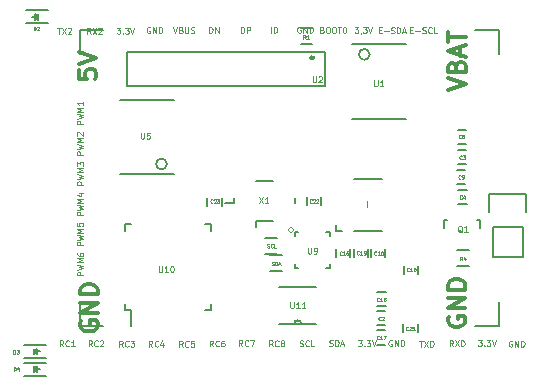
<source format=gbr>
G04 #@! TF.FileFunction,Legend,Top*
%FSLAX46Y46*%
G04 Gerber Fmt 4.6, Leading zero omitted, Abs format (unit mm)*
G04 Created by KiCad (PCBNEW 4.0.2-stable) date 6/7/2016 9:19:05 AM*
%MOMM*%
G01*
G04 APERTURE LIST*
%ADD10C,0.100000*%
%ADD11C,0.125000*%
%ADD12C,0.075000*%
%ADD13C,0.300000*%
%ADD14C,0.150000*%
%ADD15C,0.152400*%
%ADD16C,0.127000*%
%ADD17C,0.203200*%
%ADD18C,0.304800*%
G04 APERTURE END LIST*
D10*
D11*
X75892858Y-62414286D02*
X76059524Y-62414286D01*
X76130953Y-62676190D02*
X75892858Y-62676190D01*
X75892858Y-62176190D01*
X76130953Y-62176190D01*
X76345239Y-62485714D02*
X76726191Y-62485714D01*
X76940477Y-62652381D02*
X77011906Y-62676190D01*
X77130953Y-62676190D01*
X77178572Y-62652381D01*
X77202382Y-62628571D01*
X77226191Y-62580952D01*
X77226191Y-62533333D01*
X77202382Y-62485714D01*
X77178572Y-62461905D01*
X77130953Y-62438095D01*
X77035715Y-62414286D01*
X76988096Y-62390476D01*
X76964287Y-62366667D01*
X76940477Y-62319048D01*
X76940477Y-62271429D01*
X76964287Y-62223810D01*
X76988096Y-62200000D01*
X77035715Y-62176190D01*
X77154763Y-62176190D01*
X77226191Y-62200000D01*
X77726191Y-62628571D02*
X77702381Y-62652381D01*
X77630953Y-62676190D01*
X77583334Y-62676190D01*
X77511905Y-62652381D01*
X77464286Y-62604762D01*
X77440477Y-62557143D01*
X77416667Y-62461905D01*
X77416667Y-62390476D01*
X77440477Y-62295238D01*
X77464286Y-62247619D01*
X77511905Y-62200000D01*
X77583334Y-62176190D01*
X77630953Y-62176190D01*
X77702381Y-62200000D01*
X77726191Y-62223810D01*
X78178572Y-62676190D02*
X77940477Y-62676190D01*
X77940477Y-62176190D01*
X73240953Y-62424286D02*
X73407619Y-62424286D01*
X73479048Y-62686190D02*
X73240953Y-62686190D01*
X73240953Y-62186190D01*
X73479048Y-62186190D01*
X73693334Y-62495714D02*
X74074286Y-62495714D01*
X74288572Y-62662381D02*
X74360001Y-62686190D01*
X74479048Y-62686190D01*
X74526667Y-62662381D01*
X74550477Y-62638571D01*
X74574286Y-62590952D01*
X74574286Y-62543333D01*
X74550477Y-62495714D01*
X74526667Y-62471905D01*
X74479048Y-62448095D01*
X74383810Y-62424286D01*
X74336191Y-62400476D01*
X74312382Y-62376667D01*
X74288572Y-62329048D01*
X74288572Y-62281429D01*
X74312382Y-62233810D01*
X74336191Y-62210000D01*
X74383810Y-62186190D01*
X74502858Y-62186190D01*
X74574286Y-62210000D01*
X74788572Y-62686190D02*
X74788572Y-62186190D01*
X74907619Y-62186190D01*
X74979048Y-62210000D01*
X75026667Y-62257619D01*
X75050476Y-62305238D01*
X75074286Y-62400476D01*
X75074286Y-62471905D01*
X75050476Y-62567143D01*
X75026667Y-62614762D01*
X74979048Y-62662381D01*
X74907619Y-62686190D01*
X74788572Y-62686190D01*
X75264762Y-62543333D02*
X75502857Y-62543333D01*
X75217143Y-62686190D02*
X75383810Y-62186190D01*
X75550476Y-62686190D01*
X72849048Y-66666190D02*
X72849048Y-67070952D01*
X72872857Y-67118571D01*
X72896667Y-67142381D01*
X72944286Y-67166190D01*
X73039524Y-67166190D01*
X73087143Y-67142381D01*
X73110952Y-67118571D01*
X73134762Y-67070952D01*
X73134762Y-66666190D01*
X73634762Y-67166190D02*
X73349048Y-67166190D01*
X73491905Y-67166190D02*
X73491905Y-66666190D01*
X73444286Y-66737619D01*
X73396667Y-66785238D01*
X73349048Y-66809048D01*
X53079048Y-71106190D02*
X53079048Y-71510952D01*
X53102857Y-71558571D01*
X53126667Y-71582381D01*
X53174286Y-71606190D01*
X53269524Y-71606190D01*
X53317143Y-71582381D01*
X53340952Y-71558571D01*
X53364762Y-71510952D01*
X53364762Y-71106190D01*
X53840953Y-71106190D02*
X53602858Y-71106190D01*
X53579048Y-71344286D01*
X53602858Y-71320476D01*
X53650477Y-71296667D01*
X53769524Y-71296667D01*
X53817143Y-71320476D01*
X53840953Y-71344286D01*
X53864762Y-71391905D01*
X53864762Y-71510952D01*
X53840953Y-71558571D01*
X53817143Y-71582381D01*
X53769524Y-71606190D01*
X53650477Y-71606190D01*
X53602858Y-71582381D01*
X53579048Y-71558571D01*
X54620953Y-82396190D02*
X54620953Y-82800952D01*
X54644762Y-82848571D01*
X54668572Y-82872381D01*
X54716191Y-82896190D01*
X54811429Y-82896190D01*
X54859048Y-82872381D01*
X54882857Y-82848571D01*
X54906667Y-82800952D01*
X54906667Y-82396190D01*
X55406667Y-82896190D02*
X55120953Y-82896190D01*
X55263810Y-82896190D02*
X55263810Y-82396190D01*
X55216191Y-82467619D01*
X55168572Y-82515238D01*
X55120953Y-82539048D01*
X55716191Y-82396190D02*
X55763810Y-82396190D01*
X55811429Y-82420000D01*
X55835238Y-82443810D01*
X55859048Y-82491429D01*
X55882857Y-82586667D01*
X55882857Y-82705714D01*
X55859048Y-82800952D01*
X55835238Y-82848571D01*
X55811429Y-82872381D01*
X55763810Y-82896190D01*
X55716191Y-82896190D01*
X55668572Y-82872381D01*
X55644762Y-82848571D01*
X55620953Y-82800952D01*
X55597143Y-82705714D01*
X55597143Y-82586667D01*
X55620953Y-82491429D01*
X55644762Y-82443810D01*
X55668572Y-82420000D01*
X55716191Y-82396190D01*
X67649048Y-66306190D02*
X67649048Y-66710952D01*
X67672857Y-66758571D01*
X67696667Y-66782381D01*
X67744286Y-66806190D01*
X67839524Y-66806190D01*
X67887143Y-66782381D01*
X67910952Y-66758571D01*
X67934762Y-66710952D01*
X67934762Y-66306190D01*
X68149048Y-66353810D02*
X68172858Y-66330000D01*
X68220477Y-66306190D01*
X68339524Y-66306190D01*
X68387143Y-66330000D01*
X68410953Y-66353810D01*
X68434762Y-66401429D01*
X68434762Y-66449048D01*
X68410953Y-66520476D01*
X68125239Y-66806190D01*
X68434762Y-66806190D01*
X63105239Y-76536190D02*
X63438572Y-77036190D01*
X63438572Y-76536190D02*
X63105239Y-77036190D01*
X63890952Y-77036190D02*
X63605238Y-77036190D01*
X63748095Y-77036190D02*
X63748095Y-76536190D01*
X63700476Y-76607619D01*
X63652857Y-76655238D01*
X63605238Y-76679048D01*
D12*
X59167143Y-77007143D02*
X59152857Y-77021429D01*
X59110000Y-77035714D01*
X59081429Y-77035714D01*
X59038572Y-77021429D01*
X59010000Y-76992857D01*
X58995715Y-76964286D01*
X58981429Y-76907143D01*
X58981429Y-76864286D01*
X58995715Y-76807143D01*
X59010000Y-76778571D01*
X59038572Y-76750000D01*
X59081429Y-76735714D01*
X59110000Y-76735714D01*
X59152857Y-76750000D01*
X59167143Y-76764286D01*
X59281429Y-76764286D02*
X59295715Y-76750000D01*
X59324286Y-76735714D01*
X59395715Y-76735714D01*
X59424286Y-76750000D01*
X59438572Y-76764286D01*
X59452857Y-76792857D01*
X59452857Y-76821429D01*
X59438572Y-76864286D01*
X59267143Y-77035714D01*
X59452857Y-77035714D01*
X59552857Y-76735714D02*
X59738571Y-76735714D01*
X59638571Y-76850000D01*
X59681429Y-76850000D01*
X59710000Y-76864286D01*
X59724286Y-76878571D01*
X59738571Y-76907143D01*
X59738571Y-76978571D01*
X59724286Y-77007143D01*
X59710000Y-77021429D01*
X59681429Y-77035714D01*
X59595714Y-77035714D01*
X59567143Y-77021429D01*
X59552857Y-77007143D01*
X67567143Y-77017143D02*
X67552857Y-77031429D01*
X67510000Y-77045714D01*
X67481429Y-77045714D01*
X67438572Y-77031429D01*
X67410000Y-77002857D01*
X67395715Y-76974286D01*
X67381429Y-76917143D01*
X67381429Y-76874286D01*
X67395715Y-76817143D01*
X67410000Y-76788571D01*
X67438572Y-76760000D01*
X67481429Y-76745714D01*
X67510000Y-76745714D01*
X67552857Y-76760000D01*
X67567143Y-76774286D01*
X67681429Y-76774286D02*
X67695715Y-76760000D01*
X67724286Y-76745714D01*
X67795715Y-76745714D01*
X67824286Y-76760000D01*
X67838572Y-76774286D01*
X67852857Y-76802857D01*
X67852857Y-76831429D01*
X67838572Y-76874286D01*
X67667143Y-77045714D01*
X67852857Y-77045714D01*
X67967143Y-76774286D02*
X67981429Y-76760000D01*
X68010000Y-76745714D01*
X68081429Y-76745714D01*
X68110000Y-76760000D01*
X68124286Y-76774286D01*
X68138571Y-76802857D01*
X68138571Y-76831429D01*
X68124286Y-76874286D01*
X67952857Y-77045714D01*
X68138571Y-77045714D01*
D11*
X72270001Y-77366190D02*
X72270001Y-76866190D01*
X67249048Y-80836190D02*
X67249048Y-81240952D01*
X67272857Y-81288571D01*
X67296667Y-81312381D01*
X67344286Y-81336190D01*
X67439524Y-81336190D01*
X67487143Y-81312381D01*
X67510952Y-81288571D01*
X67534762Y-81240952D01*
X67534762Y-80836190D01*
X67796667Y-81336190D02*
X67891905Y-81336190D01*
X67939524Y-81312381D01*
X67963334Y-81288571D01*
X68010953Y-81217143D01*
X68034762Y-81121905D01*
X68034762Y-80931429D01*
X68010953Y-80883810D01*
X67987143Y-80860000D01*
X67939524Y-80836190D01*
X67844286Y-80836190D01*
X67796667Y-80860000D01*
X67772858Y-80883810D01*
X67749048Y-80931429D01*
X67749048Y-81050476D01*
X67772858Y-81098095D01*
X67796667Y-81121905D01*
X67844286Y-81145714D01*
X67939524Y-81145714D01*
X67987143Y-81121905D01*
X68010953Y-81098095D01*
X68034762Y-81050476D01*
X65750953Y-85456190D02*
X65750953Y-85860952D01*
X65774762Y-85908571D01*
X65798572Y-85932381D01*
X65846191Y-85956190D01*
X65941429Y-85956190D01*
X65989048Y-85932381D01*
X66012857Y-85908571D01*
X66036667Y-85860952D01*
X66036667Y-85456190D01*
X66536667Y-85956190D02*
X66250953Y-85956190D01*
X66393810Y-85956190D02*
X66393810Y-85456190D01*
X66346191Y-85527619D01*
X66298572Y-85575238D01*
X66250953Y-85599048D01*
X67012857Y-85956190D02*
X66727143Y-85956190D01*
X66870000Y-85956190D02*
X66870000Y-85456190D01*
X66822381Y-85527619D01*
X66774762Y-85575238D01*
X66727143Y-85599048D01*
D12*
X64175715Y-82311429D02*
X64218572Y-82325714D01*
X64290001Y-82325714D01*
X64318572Y-82311429D01*
X64332858Y-82297143D01*
X64347143Y-82268571D01*
X64347143Y-82240000D01*
X64332858Y-82211429D01*
X64318572Y-82197143D01*
X64290001Y-82182857D01*
X64232858Y-82168571D01*
X64204286Y-82154286D01*
X64190001Y-82140000D01*
X64175715Y-82111429D01*
X64175715Y-82082857D01*
X64190001Y-82054286D01*
X64204286Y-82040000D01*
X64232858Y-82025714D01*
X64304286Y-82025714D01*
X64347143Y-82040000D01*
X64475715Y-82325714D02*
X64475715Y-82025714D01*
X64547143Y-82025714D01*
X64590000Y-82040000D01*
X64618572Y-82068571D01*
X64632857Y-82097143D01*
X64647143Y-82154286D01*
X64647143Y-82197143D01*
X64632857Y-82254286D01*
X64618572Y-82282857D01*
X64590000Y-82311429D01*
X64547143Y-82325714D01*
X64475715Y-82325714D01*
X64761429Y-82240000D02*
X64904286Y-82240000D01*
X64732857Y-82325714D02*
X64832857Y-82025714D01*
X64932857Y-82325714D01*
X63792858Y-80821429D02*
X63835715Y-80835714D01*
X63907144Y-80835714D01*
X63935715Y-80821429D01*
X63950001Y-80807143D01*
X63964286Y-80778571D01*
X63964286Y-80750000D01*
X63950001Y-80721429D01*
X63935715Y-80707143D01*
X63907144Y-80692857D01*
X63850001Y-80678571D01*
X63821429Y-80664286D01*
X63807144Y-80650000D01*
X63792858Y-80621429D01*
X63792858Y-80592857D01*
X63807144Y-80564286D01*
X63821429Y-80550000D01*
X63850001Y-80535714D01*
X63921429Y-80535714D01*
X63964286Y-80550000D01*
X64264286Y-80807143D02*
X64250000Y-80821429D01*
X64207143Y-80835714D01*
X64178572Y-80835714D01*
X64135715Y-80821429D01*
X64107143Y-80792857D01*
X64092858Y-80764286D01*
X64078572Y-80707143D01*
X64078572Y-80664286D01*
X64092858Y-80607143D01*
X64107143Y-80578571D01*
X64135715Y-80550000D01*
X64178572Y-80535714D01*
X64207143Y-80535714D01*
X64250000Y-80550000D01*
X64264286Y-80564286D01*
X64535715Y-80835714D02*
X64392858Y-80835714D01*
X64392858Y-80535714D01*
X75737143Y-87787143D02*
X75722857Y-87801429D01*
X75680000Y-87815714D01*
X75651429Y-87815714D01*
X75608572Y-87801429D01*
X75580000Y-87772857D01*
X75565715Y-87744286D01*
X75551429Y-87687143D01*
X75551429Y-87644286D01*
X75565715Y-87587143D01*
X75580000Y-87558571D01*
X75608572Y-87530000D01*
X75651429Y-87515714D01*
X75680000Y-87515714D01*
X75722857Y-87530000D01*
X75737143Y-87544286D01*
X75851429Y-87544286D02*
X75865715Y-87530000D01*
X75894286Y-87515714D01*
X75965715Y-87515714D01*
X75994286Y-87530000D01*
X76008572Y-87544286D01*
X76022857Y-87572857D01*
X76022857Y-87601429D01*
X76008572Y-87644286D01*
X75837143Y-87815714D01*
X76022857Y-87815714D01*
X76308571Y-87815714D02*
X76137143Y-87815714D01*
X76222857Y-87815714D02*
X76222857Y-87515714D01*
X76194286Y-87558571D01*
X76165714Y-87587143D01*
X76137143Y-87601429D01*
X73257143Y-88577143D02*
X73242857Y-88591429D01*
X73200000Y-88605714D01*
X73171429Y-88605714D01*
X73128572Y-88591429D01*
X73100000Y-88562857D01*
X73085715Y-88534286D01*
X73071429Y-88477143D01*
X73071429Y-88434286D01*
X73085715Y-88377143D01*
X73100000Y-88348571D01*
X73128572Y-88320000D01*
X73171429Y-88305714D01*
X73200000Y-88305714D01*
X73242857Y-88320000D01*
X73257143Y-88334286D01*
X73542857Y-88605714D02*
X73371429Y-88605714D01*
X73457143Y-88605714D02*
X73457143Y-88305714D01*
X73428572Y-88348571D01*
X73400000Y-88377143D01*
X73371429Y-88391429D01*
X73642857Y-88305714D02*
X73842857Y-88305714D01*
X73714286Y-88605714D01*
X73400000Y-86957143D02*
X73385714Y-86971429D01*
X73342857Y-86985714D01*
X73314286Y-86985714D01*
X73271429Y-86971429D01*
X73242857Y-86942857D01*
X73228572Y-86914286D01*
X73214286Y-86857143D01*
X73214286Y-86814286D01*
X73228572Y-86757143D01*
X73242857Y-86728571D01*
X73271429Y-86700000D01*
X73314286Y-86685714D01*
X73342857Y-86685714D01*
X73385714Y-86700000D01*
X73400000Y-86714286D01*
X73514286Y-86714286D02*
X73528572Y-86700000D01*
X73557143Y-86685714D01*
X73628572Y-86685714D01*
X73657143Y-86700000D01*
X73671429Y-86714286D01*
X73685714Y-86742857D01*
X73685714Y-86771429D01*
X73671429Y-86814286D01*
X73500000Y-86985714D01*
X73685714Y-86985714D01*
X73247143Y-85337143D02*
X73232857Y-85351429D01*
X73190000Y-85365714D01*
X73161429Y-85365714D01*
X73118572Y-85351429D01*
X73090000Y-85322857D01*
X73075715Y-85294286D01*
X73061429Y-85237143D01*
X73061429Y-85194286D01*
X73075715Y-85137143D01*
X73090000Y-85108571D01*
X73118572Y-85080000D01*
X73161429Y-85065714D01*
X73190000Y-85065714D01*
X73232857Y-85080000D01*
X73247143Y-85094286D01*
X73532857Y-85365714D02*
X73361429Y-85365714D01*
X73447143Y-85365714D02*
X73447143Y-85065714D01*
X73418572Y-85108571D01*
X73390000Y-85137143D01*
X73361429Y-85151429D01*
X73704286Y-85194286D02*
X73675714Y-85180000D01*
X73661429Y-85165714D01*
X73647143Y-85137143D01*
X73647143Y-85122857D01*
X73661429Y-85094286D01*
X73675714Y-85080000D01*
X73704286Y-85065714D01*
X73761429Y-85065714D01*
X73790000Y-85080000D01*
X73804286Y-85094286D01*
X73818571Y-85122857D01*
X73818571Y-85137143D01*
X73804286Y-85165714D01*
X73790000Y-85180000D01*
X73761429Y-85194286D01*
X73704286Y-85194286D01*
X73675714Y-85208571D01*
X73661429Y-85222857D01*
X73647143Y-85251429D01*
X73647143Y-85308571D01*
X73661429Y-85337143D01*
X73675714Y-85351429D01*
X73704286Y-85365714D01*
X73761429Y-85365714D01*
X73790000Y-85351429D01*
X73804286Y-85337143D01*
X73818571Y-85308571D01*
X73818571Y-85251429D01*
X73804286Y-85222857D01*
X73790000Y-85208571D01*
X73761429Y-85194286D01*
X70107143Y-81427143D02*
X70092857Y-81441429D01*
X70050000Y-81455714D01*
X70021429Y-81455714D01*
X69978572Y-81441429D01*
X69950000Y-81412857D01*
X69935715Y-81384286D01*
X69921429Y-81327143D01*
X69921429Y-81284286D01*
X69935715Y-81227143D01*
X69950000Y-81198571D01*
X69978572Y-81170000D01*
X70021429Y-81155714D01*
X70050000Y-81155714D01*
X70092857Y-81170000D01*
X70107143Y-81184286D01*
X70392857Y-81455714D02*
X70221429Y-81455714D01*
X70307143Y-81455714D02*
X70307143Y-81155714D01*
X70278572Y-81198571D01*
X70250000Y-81227143D01*
X70221429Y-81241429D01*
X70650000Y-81155714D02*
X70592857Y-81155714D01*
X70564286Y-81170000D01*
X70550000Y-81184286D01*
X70521429Y-81227143D01*
X70507143Y-81284286D01*
X70507143Y-81398571D01*
X70521429Y-81427143D01*
X70535714Y-81441429D01*
X70564286Y-81455714D01*
X70621429Y-81455714D01*
X70650000Y-81441429D01*
X70664286Y-81427143D01*
X70678571Y-81398571D01*
X70678571Y-81327143D01*
X70664286Y-81298571D01*
X70650000Y-81284286D01*
X70621429Y-81270000D01*
X70564286Y-81270000D01*
X70535714Y-81284286D01*
X70521429Y-81298571D01*
X70507143Y-81327143D01*
X71567143Y-81397143D02*
X71552857Y-81411429D01*
X71510000Y-81425714D01*
X71481429Y-81425714D01*
X71438572Y-81411429D01*
X71410000Y-81382857D01*
X71395715Y-81354286D01*
X71381429Y-81297143D01*
X71381429Y-81254286D01*
X71395715Y-81197143D01*
X71410000Y-81168571D01*
X71438572Y-81140000D01*
X71481429Y-81125714D01*
X71510000Y-81125714D01*
X71552857Y-81140000D01*
X71567143Y-81154286D01*
X71852857Y-81425714D02*
X71681429Y-81425714D01*
X71767143Y-81425714D02*
X71767143Y-81125714D01*
X71738572Y-81168571D01*
X71710000Y-81197143D01*
X71681429Y-81211429D01*
X71995714Y-81425714D02*
X72052857Y-81425714D01*
X72081429Y-81411429D01*
X72095714Y-81397143D01*
X72124286Y-81354286D01*
X72138571Y-81297143D01*
X72138571Y-81182857D01*
X72124286Y-81154286D01*
X72110000Y-81140000D01*
X72081429Y-81125714D01*
X72024286Y-81125714D01*
X71995714Y-81140000D01*
X71981429Y-81154286D01*
X71967143Y-81182857D01*
X71967143Y-81254286D01*
X71981429Y-81282857D01*
X71995714Y-81297143D01*
X72024286Y-81311429D01*
X72081429Y-81311429D01*
X72110000Y-81297143D01*
X72124286Y-81282857D01*
X72138571Y-81254286D01*
X73027143Y-81427143D02*
X73012857Y-81441429D01*
X72970000Y-81455714D01*
X72941429Y-81455714D01*
X72898572Y-81441429D01*
X72870000Y-81412857D01*
X72855715Y-81384286D01*
X72841429Y-81327143D01*
X72841429Y-81284286D01*
X72855715Y-81227143D01*
X72870000Y-81198571D01*
X72898572Y-81170000D01*
X72941429Y-81155714D01*
X72970000Y-81155714D01*
X73012857Y-81170000D01*
X73027143Y-81184286D01*
X73312857Y-81455714D02*
X73141429Y-81455714D01*
X73227143Y-81455714D02*
X73227143Y-81155714D01*
X73198572Y-81198571D01*
X73170000Y-81227143D01*
X73141429Y-81241429D01*
X73498571Y-81155714D02*
X73527143Y-81155714D01*
X73555714Y-81170000D01*
X73570000Y-81184286D01*
X73584286Y-81212857D01*
X73598571Y-81270000D01*
X73598571Y-81341429D01*
X73584286Y-81398571D01*
X73570000Y-81427143D01*
X73555714Y-81441429D01*
X73527143Y-81455714D01*
X73498571Y-81455714D01*
X73470000Y-81441429D01*
X73455714Y-81427143D01*
X73441429Y-81398571D01*
X73427143Y-81341429D01*
X73427143Y-81270000D01*
X73441429Y-81212857D01*
X73455714Y-81184286D01*
X73470000Y-81170000D01*
X73498571Y-81155714D01*
X75787143Y-82827143D02*
X75772857Y-82841429D01*
X75730000Y-82855714D01*
X75701429Y-82855714D01*
X75658572Y-82841429D01*
X75630000Y-82812857D01*
X75615715Y-82784286D01*
X75601429Y-82727143D01*
X75601429Y-82684286D01*
X75615715Y-82627143D01*
X75630000Y-82598571D01*
X75658572Y-82570000D01*
X75701429Y-82555714D01*
X75730000Y-82555714D01*
X75772857Y-82570000D01*
X75787143Y-82584286D01*
X76072857Y-82855714D02*
X75901429Y-82855714D01*
X75987143Y-82855714D02*
X75987143Y-82555714D01*
X75958572Y-82598571D01*
X75930000Y-82627143D01*
X75901429Y-82641429D01*
X76258571Y-82555714D02*
X76287143Y-82555714D01*
X76315714Y-82570000D01*
X76330000Y-82584286D01*
X76344286Y-82612857D01*
X76358571Y-82670000D01*
X76358571Y-82741429D01*
X76344286Y-82798571D01*
X76330000Y-82827143D01*
X76315714Y-82841429D01*
X76287143Y-82855714D01*
X76258571Y-82855714D01*
X76230000Y-82841429D01*
X76215714Y-82827143D01*
X76201429Y-82798571D01*
X76187143Y-82741429D01*
X76187143Y-82670000D01*
X76201429Y-82612857D01*
X76215714Y-82584286D01*
X76230000Y-82570000D01*
X76258571Y-82555714D01*
X67040000Y-63165714D02*
X66940000Y-63022857D01*
X66868572Y-63165714D02*
X66868572Y-62865714D01*
X66982857Y-62865714D01*
X67011429Y-62880000D01*
X67025714Y-62894286D01*
X67040000Y-62922857D01*
X67040000Y-62965714D01*
X67025714Y-62994286D01*
X67011429Y-63008571D01*
X66982857Y-63022857D01*
X66868572Y-63022857D01*
X67325714Y-63165714D02*
X67154286Y-63165714D01*
X67240000Y-63165714D02*
X67240000Y-62865714D01*
X67211429Y-62908571D01*
X67182857Y-62937143D01*
X67154286Y-62951429D01*
X80310000Y-81915714D02*
X80210000Y-81772857D01*
X80138572Y-81915714D02*
X80138572Y-81615714D01*
X80252857Y-81615714D01*
X80281429Y-81630000D01*
X80295714Y-81644286D01*
X80310000Y-81672857D01*
X80310000Y-81715714D01*
X80295714Y-81744286D01*
X80281429Y-81758571D01*
X80252857Y-81772857D01*
X80138572Y-81772857D01*
X80567143Y-81715714D02*
X80567143Y-81915714D01*
X80495714Y-81601429D02*
X80424286Y-81815714D01*
X80610000Y-81815714D01*
D11*
X80312381Y-79533810D02*
X80264762Y-79510000D01*
X80217143Y-79462381D01*
X80145714Y-79390952D01*
X80098095Y-79367143D01*
X80050476Y-79367143D01*
X80074286Y-79486190D02*
X80026667Y-79462381D01*
X79979048Y-79414762D01*
X79955238Y-79319524D01*
X79955238Y-79152857D01*
X79979048Y-79057619D01*
X80026667Y-79010000D01*
X80074286Y-78986190D01*
X80169524Y-78986190D01*
X80217143Y-79010000D01*
X80264762Y-79057619D01*
X80288571Y-79152857D01*
X80288571Y-79319524D01*
X80264762Y-79414762D01*
X80217143Y-79462381D01*
X80169524Y-79486190D01*
X80074286Y-79486190D01*
X80764762Y-79486190D02*
X80479048Y-79486190D01*
X80621905Y-79486190D02*
X80621905Y-78986190D01*
X80574286Y-79057619D01*
X80526667Y-79105238D01*
X80479048Y-79129048D01*
D12*
X80270000Y-76667143D02*
X80255714Y-76681429D01*
X80212857Y-76695714D01*
X80184286Y-76695714D01*
X80141429Y-76681429D01*
X80112857Y-76652857D01*
X80098572Y-76624286D01*
X80084286Y-76567143D01*
X80084286Y-76524286D01*
X80098572Y-76467143D01*
X80112857Y-76438571D01*
X80141429Y-76410000D01*
X80184286Y-76395714D01*
X80212857Y-76395714D01*
X80255714Y-76410000D01*
X80270000Y-76424286D01*
X80527143Y-76495714D02*
X80527143Y-76695714D01*
X80455714Y-76381429D02*
X80384286Y-76595714D01*
X80570000Y-76595714D01*
X80170000Y-74977143D02*
X80155714Y-74991429D01*
X80112857Y-75005714D01*
X80084286Y-75005714D01*
X80041429Y-74991429D01*
X80012857Y-74962857D01*
X79998572Y-74934286D01*
X79984286Y-74877143D01*
X79984286Y-74834286D01*
X79998572Y-74777143D01*
X80012857Y-74748571D01*
X80041429Y-74720000D01*
X80084286Y-74705714D01*
X80112857Y-74705714D01*
X80155714Y-74720000D01*
X80170000Y-74734286D01*
X80312857Y-75005714D02*
X80370000Y-75005714D01*
X80398572Y-74991429D01*
X80412857Y-74977143D01*
X80441429Y-74934286D01*
X80455714Y-74877143D01*
X80455714Y-74762857D01*
X80441429Y-74734286D01*
X80427143Y-74720000D01*
X80398572Y-74705714D01*
X80341429Y-74705714D01*
X80312857Y-74720000D01*
X80298572Y-74734286D01*
X80284286Y-74762857D01*
X80284286Y-74834286D01*
X80298572Y-74862857D01*
X80312857Y-74877143D01*
X80341429Y-74891429D01*
X80398572Y-74891429D01*
X80427143Y-74877143D01*
X80441429Y-74862857D01*
X80455714Y-74834286D01*
X80250000Y-73307143D02*
X80235714Y-73321429D01*
X80192857Y-73335714D01*
X80164286Y-73335714D01*
X80121429Y-73321429D01*
X80092857Y-73292857D01*
X80078572Y-73264286D01*
X80064286Y-73207143D01*
X80064286Y-73164286D01*
X80078572Y-73107143D01*
X80092857Y-73078571D01*
X80121429Y-73050000D01*
X80164286Y-73035714D01*
X80192857Y-73035714D01*
X80235714Y-73050000D01*
X80250000Y-73064286D01*
X80350000Y-73035714D02*
X80535714Y-73035714D01*
X80435714Y-73150000D01*
X80478572Y-73150000D01*
X80507143Y-73164286D01*
X80521429Y-73178571D01*
X80535714Y-73207143D01*
X80535714Y-73278571D01*
X80521429Y-73307143D01*
X80507143Y-73321429D01*
X80478572Y-73335714D01*
X80392857Y-73335714D01*
X80364286Y-73321429D01*
X80350000Y-73307143D01*
X80200000Y-71537143D02*
X80185714Y-71551429D01*
X80142857Y-71565714D01*
X80114286Y-71565714D01*
X80071429Y-71551429D01*
X80042857Y-71522857D01*
X80028572Y-71494286D01*
X80014286Y-71437143D01*
X80014286Y-71394286D01*
X80028572Y-71337143D01*
X80042857Y-71308571D01*
X80071429Y-71280000D01*
X80114286Y-71265714D01*
X80142857Y-71265714D01*
X80185714Y-71280000D01*
X80200000Y-71294286D01*
X80457143Y-71265714D02*
X80400000Y-71265714D01*
X80371429Y-71280000D01*
X80357143Y-71294286D01*
X80328572Y-71337143D01*
X80314286Y-71394286D01*
X80314286Y-71508571D01*
X80328572Y-71537143D01*
X80342857Y-71551429D01*
X80371429Y-71565714D01*
X80428572Y-71565714D01*
X80457143Y-71551429D01*
X80471429Y-71537143D01*
X80485714Y-71508571D01*
X80485714Y-71437143D01*
X80471429Y-71408571D01*
X80457143Y-71394286D01*
X80428572Y-71380000D01*
X80371429Y-71380000D01*
X80342857Y-71394286D01*
X80328572Y-71408571D01*
X80314286Y-71437143D01*
X42328572Y-91250714D02*
X42328572Y-90950714D01*
X42400000Y-90950714D01*
X42442857Y-90965000D01*
X42471429Y-90993571D01*
X42485714Y-91022143D01*
X42500000Y-91079286D01*
X42500000Y-91122143D01*
X42485714Y-91179286D01*
X42471429Y-91207857D01*
X42442857Y-91236429D01*
X42400000Y-91250714D01*
X42328572Y-91250714D01*
X42757143Y-91050714D02*
X42757143Y-91250714D01*
X42685714Y-90936429D02*
X42614286Y-91150714D01*
X42800000Y-91150714D01*
X42298572Y-89825714D02*
X42298572Y-89525714D01*
X42370000Y-89525714D01*
X42412857Y-89540000D01*
X42441429Y-89568571D01*
X42455714Y-89597143D01*
X42470000Y-89654286D01*
X42470000Y-89697143D01*
X42455714Y-89754286D01*
X42441429Y-89782857D01*
X42412857Y-89811429D01*
X42370000Y-89825714D01*
X42298572Y-89825714D01*
X42570000Y-89525714D02*
X42755714Y-89525714D01*
X42655714Y-89640000D01*
X42698572Y-89640000D01*
X42727143Y-89654286D01*
X42741429Y-89668571D01*
X42755714Y-89697143D01*
X42755714Y-89768571D01*
X42741429Y-89797143D01*
X42727143Y-89811429D01*
X42698572Y-89825714D01*
X42612857Y-89825714D01*
X42584286Y-89811429D01*
X42570000Y-89797143D01*
X44018572Y-62435714D02*
X44018572Y-62135714D01*
X44090000Y-62135714D01*
X44132857Y-62150000D01*
X44161429Y-62178571D01*
X44175714Y-62207143D01*
X44190000Y-62264286D01*
X44190000Y-62307143D01*
X44175714Y-62364286D01*
X44161429Y-62392857D01*
X44132857Y-62421429D01*
X44090000Y-62435714D01*
X44018572Y-62435714D01*
X44304286Y-62164286D02*
X44318572Y-62150000D01*
X44347143Y-62135714D01*
X44418572Y-62135714D01*
X44447143Y-62150000D01*
X44461429Y-62164286D01*
X44475714Y-62192857D01*
X44475714Y-62221429D01*
X44461429Y-62264286D01*
X44290000Y-62435714D01*
X44475714Y-62435714D01*
D13*
X79150000Y-86672857D02*
X79078571Y-86815714D01*
X79078571Y-87030000D01*
X79150000Y-87244285D01*
X79292857Y-87387143D01*
X79435714Y-87458571D01*
X79721429Y-87530000D01*
X79935714Y-87530000D01*
X80221429Y-87458571D01*
X80364286Y-87387143D01*
X80507143Y-87244285D01*
X80578571Y-87030000D01*
X80578571Y-86887143D01*
X80507143Y-86672857D01*
X80435714Y-86601428D01*
X79935714Y-86601428D01*
X79935714Y-86887143D01*
X80578571Y-85958571D02*
X79078571Y-85958571D01*
X80578571Y-85101428D01*
X79078571Y-85101428D01*
X80578571Y-84387142D02*
X79078571Y-84387142D01*
X79078571Y-84029999D01*
X79150000Y-83815714D01*
X79292857Y-83672856D01*
X79435714Y-83601428D01*
X79721429Y-83529999D01*
X79935714Y-83529999D01*
X80221429Y-83601428D01*
X80364286Y-83672856D01*
X80507143Y-83815714D01*
X80578571Y-84029999D01*
X80578571Y-84387142D01*
X79088571Y-67504285D02*
X80588571Y-67004285D01*
X79088571Y-66504285D01*
X79802857Y-65504285D02*
X79874286Y-65289999D01*
X79945714Y-65218571D01*
X80088571Y-65147142D01*
X80302857Y-65147142D01*
X80445714Y-65218571D01*
X80517143Y-65289999D01*
X80588571Y-65432857D01*
X80588571Y-66004285D01*
X79088571Y-66004285D01*
X79088571Y-65504285D01*
X79160000Y-65361428D01*
X79231429Y-65289999D01*
X79374286Y-65218571D01*
X79517143Y-65218571D01*
X79660000Y-65289999D01*
X79731429Y-65361428D01*
X79802857Y-65504285D01*
X79802857Y-66004285D01*
X80160000Y-64575714D02*
X80160000Y-63861428D01*
X80588571Y-64718571D02*
X79088571Y-64218571D01*
X80588571Y-63718571D01*
X79088571Y-63432857D02*
X79088571Y-62575714D01*
X80588571Y-63004285D02*
X79088571Y-63004285D01*
D11*
X84539047Y-88740000D02*
X84491428Y-88716190D01*
X84420000Y-88716190D01*
X84348571Y-88740000D01*
X84300952Y-88787619D01*
X84277143Y-88835238D01*
X84253333Y-88930476D01*
X84253333Y-89001905D01*
X84277143Y-89097143D01*
X84300952Y-89144762D01*
X84348571Y-89192381D01*
X84420000Y-89216190D01*
X84467619Y-89216190D01*
X84539047Y-89192381D01*
X84562857Y-89168571D01*
X84562857Y-89001905D01*
X84467619Y-89001905D01*
X84777143Y-89216190D02*
X84777143Y-88716190D01*
X85062857Y-89216190D01*
X85062857Y-88716190D01*
X85300953Y-89216190D02*
X85300953Y-88716190D01*
X85420000Y-88716190D01*
X85491429Y-88740000D01*
X85539048Y-88787619D01*
X85562857Y-88835238D01*
X85586667Y-88930476D01*
X85586667Y-89001905D01*
X85562857Y-89097143D01*
X85539048Y-89144762D01*
X85491429Y-89192381D01*
X85420000Y-89216190D01*
X85300953Y-89216190D01*
X81651906Y-88656190D02*
X81961429Y-88656190D01*
X81794763Y-88846667D01*
X81866191Y-88846667D01*
X81913810Y-88870476D01*
X81937620Y-88894286D01*
X81961429Y-88941905D01*
X81961429Y-89060952D01*
X81937620Y-89108571D01*
X81913810Y-89132381D01*
X81866191Y-89156190D01*
X81723334Y-89156190D01*
X81675715Y-89132381D01*
X81651906Y-89108571D01*
X82175715Y-89108571D02*
X82199524Y-89132381D01*
X82175715Y-89156190D01*
X82151905Y-89132381D01*
X82175715Y-89108571D01*
X82175715Y-89156190D01*
X82366191Y-88656190D02*
X82675714Y-88656190D01*
X82509048Y-88846667D01*
X82580476Y-88846667D01*
X82628095Y-88870476D01*
X82651905Y-88894286D01*
X82675714Y-88941905D01*
X82675714Y-89060952D01*
X82651905Y-89108571D01*
X82628095Y-89132381D01*
X82580476Y-89156190D01*
X82437619Y-89156190D01*
X82390000Y-89132381D01*
X82366191Y-89108571D01*
X82818571Y-88656190D02*
X82985238Y-89156190D01*
X83151904Y-88656190D01*
X79526667Y-89186190D02*
X79360000Y-88948095D01*
X79240953Y-89186190D02*
X79240953Y-88686190D01*
X79431429Y-88686190D01*
X79479048Y-88710000D01*
X79502857Y-88733810D01*
X79526667Y-88781429D01*
X79526667Y-88852857D01*
X79502857Y-88900476D01*
X79479048Y-88924286D01*
X79431429Y-88948095D01*
X79240953Y-88948095D01*
X79693334Y-88686190D02*
X80026667Y-89186190D01*
X80026667Y-88686190D02*
X79693334Y-89186190D01*
X80217143Y-89186190D02*
X80217143Y-88686190D01*
X80336190Y-88686190D01*
X80407619Y-88710000D01*
X80455238Y-88757619D01*
X80479047Y-88805238D01*
X80502857Y-88900476D01*
X80502857Y-88971905D01*
X80479047Y-89067143D01*
X80455238Y-89114762D01*
X80407619Y-89162381D01*
X80336190Y-89186190D01*
X80217143Y-89186190D01*
X76679048Y-88716190D02*
X76964762Y-88716190D01*
X76821905Y-89216190D02*
X76821905Y-88716190D01*
X77083810Y-88716190D02*
X77417143Y-89216190D01*
X77417143Y-88716190D02*
X77083810Y-89216190D01*
X77607619Y-89216190D02*
X77607619Y-88716190D01*
X77726666Y-88716190D01*
X77798095Y-88740000D01*
X77845714Y-88787619D01*
X77869523Y-88835238D01*
X77893333Y-88930476D01*
X77893333Y-89001905D01*
X77869523Y-89097143D01*
X77845714Y-89144762D01*
X77798095Y-89192381D01*
X77726666Y-89216190D01*
X77607619Y-89216190D01*
X74349047Y-88700000D02*
X74301428Y-88676190D01*
X74230000Y-88676190D01*
X74158571Y-88700000D01*
X74110952Y-88747619D01*
X74087143Y-88795238D01*
X74063333Y-88890476D01*
X74063333Y-88961905D01*
X74087143Y-89057143D01*
X74110952Y-89104762D01*
X74158571Y-89152381D01*
X74230000Y-89176190D01*
X74277619Y-89176190D01*
X74349047Y-89152381D01*
X74372857Y-89128571D01*
X74372857Y-88961905D01*
X74277619Y-88961905D01*
X74587143Y-89176190D02*
X74587143Y-88676190D01*
X74872857Y-89176190D01*
X74872857Y-88676190D01*
X75110953Y-89176190D02*
X75110953Y-88676190D01*
X75230000Y-88676190D01*
X75301429Y-88700000D01*
X75349048Y-88747619D01*
X75372857Y-88795238D01*
X75396667Y-88890476D01*
X75396667Y-88961905D01*
X75372857Y-89057143D01*
X75349048Y-89104762D01*
X75301429Y-89152381D01*
X75230000Y-89176190D01*
X75110953Y-89176190D01*
X71491906Y-88696190D02*
X71801429Y-88696190D01*
X71634763Y-88886667D01*
X71706191Y-88886667D01*
X71753810Y-88910476D01*
X71777620Y-88934286D01*
X71801429Y-88981905D01*
X71801429Y-89100952D01*
X71777620Y-89148571D01*
X71753810Y-89172381D01*
X71706191Y-89196190D01*
X71563334Y-89196190D01*
X71515715Y-89172381D01*
X71491906Y-89148571D01*
X72015715Y-89148571D02*
X72039524Y-89172381D01*
X72015715Y-89196190D01*
X71991905Y-89172381D01*
X72015715Y-89148571D01*
X72015715Y-89196190D01*
X72206191Y-88696190D02*
X72515714Y-88696190D01*
X72349048Y-88886667D01*
X72420476Y-88886667D01*
X72468095Y-88910476D01*
X72491905Y-88934286D01*
X72515714Y-88981905D01*
X72515714Y-89100952D01*
X72491905Y-89148571D01*
X72468095Y-89172381D01*
X72420476Y-89196190D01*
X72277619Y-89196190D01*
X72230000Y-89172381D01*
X72206191Y-89148571D01*
X72658571Y-88696190D02*
X72825238Y-89196190D01*
X72991904Y-88696190D01*
X69062858Y-89132381D02*
X69134287Y-89156190D01*
X69253334Y-89156190D01*
X69300953Y-89132381D01*
X69324763Y-89108571D01*
X69348572Y-89060952D01*
X69348572Y-89013333D01*
X69324763Y-88965714D01*
X69300953Y-88941905D01*
X69253334Y-88918095D01*
X69158096Y-88894286D01*
X69110477Y-88870476D01*
X69086668Y-88846667D01*
X69062858Y-88799048D01*
X69062858Y-88751429D01*
X69086668Y-88703810D01*
X69110477Y-88680000D01*
X69158096Y-88656190D01*
X69277144Y-88656190D01*
X69348572Y-88680000D01*
X69562858Y-89156190D02*
X69562858Y-88656190D01*
X69681905Y-88656190D01*
X69753334Y-88680000D01*
X69800953Y-88727619D01*
X69824762Y-88775238D01*
X69848572Y-88870476D01*
X69848572Y-88941905D01*
X69824762Y-89037143D01*
X69800953Y-89084762D01*
X69753334Y-89132381D01*
X69681905Y-89156190D01*
X69562858Y-89156190D01*
X70039048Y-89013333D02*
X70277143Y-89013333D01*
X69991429Y-89156190D02*
X70158096Y-88656190D01*
X70324762Y-89156190D01*
X66544762Y-89162381D02*
X66616191Y-89186190D01*
X66735238Y-89186190D01*
X66782857Y-89162381D01*
X66806667Y-89138571D01*
X66830476Y-89090952D01*
X66830476Y-89043333D01*
X66806667Y-88995714D01*
X66782857Y-88971905D01*
X66735238Y-88948095D01*
X66640000Y-88924286D01*
X66592381Y-88900476D01*
X66568572Y-88876667D01*
X66544762Y-88829048D01*
X66544762Y-88781429D01*
X66568572Y-88733810D01*
X66592381Y-88710000D01*
X66640000Y-88686190D01*
X66759048Y-88686190D01*
X66830476Y-88710000D01*
X67330476Y-89138571D02*
X67306666Y-89162381D01*
X67235238Y-89186190D01*
X67187619Y-89186190D01*
X67116190Y-89162381D01*
X67068571Y-89114762D01*
X67044762Y-89067143D01*
X67020952Y-88971905D01*
X67020952Y-88900476D01*
X67044762Y-88805238D01*
X67068571Y-88757619D01*
X67116190Y-88710000D01*
X67187619Y-88686190D01*
X67235238Y-88686190D01*
X67306666Y-88710000D01*
X67330476Y-88733810D01*
X67782857Y-89186190D02*
X67544762Y-89186190D01*
X67544762Y-88686190D01*
X64256667Y-89196190D02*
X64090000Y-88958095D01*
X63970953Y-89196190D02*
X63970953Y-88696190D01*
X64161429Y-88696190D01*
X64209048Y-88720000D01*
X64232857Y-88743810D01*
X64256667Y-88791429D01*
X64256667Y-88862857D01*
X64232857Y-88910476D01*
X64209048Y-88934286D01*
X64161429Y-88958095D01*
X63970953Y-88958095D01*
X64756667Y-89148571D02*
X64732857Y-89172381D01*
X64661429Y-89196190D01*
X64613810Y-89196190D01*
X64542381Y-89172381D01*
X64494762Y-89124762D01*
X64470953Y-89077143D01*
X64447143Y-88981905D01*
X64447143Y-88910476D01*
X64470953Y-88815238D01*
X64494762Y-88767619D01*
X64542381Y-88720000D01*
X64613810Y-88696190D01*
X64661429Y-88696190D01*
X64732857Y-88720000D01*
X64756667Y-88743810D01*
X65042381Y-88910476D02*
X64994762Y-88886667D01*
X64970953Y-88862857D01*
X64947143Y-88815238D01*
X64947143Y-88791429D01*
X64970953Y-88743810D01*
X64994762Y-88720000D01*
X65042381Y-88696190D01*
X65137619Y-88696190D01*
X65185238Y-88720000D01*
X65209048Y-88743810D01*
X65232857Y-88791429D01*
X65232857Y-88815238D01*
X65209048Y-88862857D01*
X65185238Y-88886667D01*
X65137619Y-88910476D01*
X65042381Y-88910476D01*
X64994762Y-88934286D01*
X64970953Y-88958095D01*
X64947143Y-89005714D01*
X64947143Y-89100952D01*
X64970953Y-89148571D01*
X64994762Y-89172381D01*
X65042381Y-89196190D01*
X65137619Y-89196190D01*
X65185238Y-89172381D01*
X65209048Y-89148571D01*
X65232857Y-89100952D01*
X65232857Y-89005714D01*
X65209048Y-88958095D01*
X65185238Y-88934286D01*
X65137619Y-88910476D01*
X61696667Y-89176190D02*
X61530000Y-88938095D01*
X61410953Y-89176190D02*
X61410953Y-88676190D01*
X61601429Y-88676190D01*
X61649048Y-88700000D01*
X61672857Y-88723810D01*
X61696667Y-88771429D01*
X61696667Y-88842857D01*
X61672857Y-88890476D01*
X61649048Y-88914286D01*
X61601429Y-88938095D01*
X61410953Y-88938095D01*
X62196667Y-89128571D02*
X62172857Y-89152381D01*
X62101429Y-89176190D01*
X62053810Y-89176190D01*
X61982381Y-89152381D01*
X61934762Y-89104762D01*
X61910953Y-89057143D01*
X61887143Y-88961905D01*
X61887143Y-88890476D01*
X61910953Y-88795238D01*
X61934762Y-88747619D01*
X61982381Y-88700000D01*
X62053810Y-88676190D01*
X62101429Y-88676190D01*
X62172857Y-88700000D01*
X62196667Y-88723810D01*
X62363334Y-88676190D02*
X62696667Y-88676190D01*
X62482381Y-89176190D01*
X59206667Y-89206190D02*
X59040000Y-88968095D01*
X58920953Y-89206190D02*
X58920953Y-88706190D01*
X59111429Y-88706190D01*
X59159048Y-88730000D01*
X59182857Y-88753810D01*
X59206667Y-88801429D01*
X59206667Y-88872857D01*
X59182857Y-88920476D01*
X59159048Y-88944286D01*
X59111429Y-88968095D01*
X58920953Y-88968095D01*
X59706667Y-89158571D02*
X59682857Y-89182381D01*
X59611429Y-89206190D01*
X59563810Y-89206190D01*
X59492381Y-89182381D01*
X59444762Y-89134762D01*
X59420953Y-89087143D01*
X59397143Y-88991905D01*
X59397143Y-88920476D01*
X59420953Y-88825238D01*
X59444762Y-88777619D01*
X59492381Y-88730000D01*
X59563810Y-88706190D01*
X59611429Y-88706190D01*
X59682857Y-88730000D01*
X59706667Y-88753810D01*
X60135238Y-88706190D02*
X60040000Y-88706190D01*
X59992381Y-88730000D01*
X59968572Y-88753810D01*
X59920953Y-88825238D01*
X59897143Y-88920476D01*
X59897143Y-89110952D01*
X59920953Y-89158571D01*
X59944762Y-89182381D01*
X59992381Y-89206190D01*
X60087619Y-89206190D01*
X60135238Y-89182381D01*
X60159048Y-89158571D01*
X60182857Y-89110952D01*
X60182857Y-88991905D01*
X60159048Y-88944286D01*
X60135238Y-88920476D01*
X60087619Y-88896667D01*
X59992381Y-88896667D01*
X59944762Y-88920476D01*
X59920953Y-88944286D01*
X59897143Y-88991905D01*
X56636667Y-89236190D02*
X56470000Y-88998095D01*
X56350953Y-89236190D02*
X56350953Y-88736190D01*
X56541429Y-88736190D01*
X56589048Y-88760000D01*
X56612857Y-88783810D01*
X56636667Y-88831429D01*
X56636667Y-88902857D01*
X56612857Y-88950476D01*
X56589048Y-88974286D01*
X56541429Y-88998095D01*
X56350953Y-88998095D01*
X57136667Y-89188571D02*
X57112857Y-89212381D01*
X57041429Y-89236190D01*
X56993810Y-89236190D01*
X56922381Y-89212381D01*
X56874762Y-89164762D01*
X56850953Y-89117143D01*
X56827143Y-89021905D01*
X56827143Y-88950476D01*
X56850953Y-88855238D01*
X56874762Y-88807619D01*
X56922381Y-88760000D01*
X56993810Y-88736190D01*
X57041429Y-88736190D01*
X57112857Y-88760000D01*
X57136667Y-88783810D01*
X57589048Y-88736190D02*
X57350953Y-88736190D01*
X57327143Y-88974286D01*
X57350953Y-88950476D01*
X57398572Y-88926667D01*
X57517619Y-88926667D01*
X57565238Y-88950476D01*
X57589048Y-88974286D01*
X57612857Y-89021905D01*
X57612857Y-89140952D01*
X57589048Y-89188571D01*
X57565238Y-89212381D01*
X57517619Y-89236190D01*
X57398572Y-89236190D01*
X57350953Y-89212381D01*
X57327143Y-89188571D01*
X54066667Y-89216190D02*
X53900000Y-88978095D01*
X53780953Y-89216190D02*
X53780953Y-88716190D01*
X53971429Y-88716190D01*
X54019048Y-88740000D01*
X54042857Y-88763810D01*
X54066667Y-88811429D01*
X54066667Y-88882857D01*
X54042857Y-88930476D01*
X54019048Y-88954286D01*
X53971429Y-88978095D01*
X53780953Y-88978095D01*
X54566667Y-89168571D02*
X54542857Y-89192381D01*
X54471429Y-89216190D01*
X54423810Y-89216190D01*
X54352381Y-89192381D01*
X54304762Y-89144762D01*
X54280953Y-89097143D01*
X54257143Y-89001905D01*
X54257143Y-88930476D01*
X54280953Y-88835238D01*
X54304762Y-88787619D01*
X54352381Y-88740000D01*
X54423810Y-88716190D01*
X54471429Y-88716190D01*
X54542857Y-88740000D01*
X54566667Y-88763810D01*
X54995238Y-88882857D02*
X54995238Y-89216190D01*
X54876191Y-88692381D02*
X54757143Y-89049524D01*
X55066667Y-89049524D01*
X51556667Y-89226190D02*
X51390000Y-88988095D01*
X51270953Y-89226190D02*
X51270953Y-88726190D01*
X51461429Y-88726190D01*
X51509048Y-88750000D01*
X51532857Y-88773810D01*
X51556667Y-88821429D01*
X51556667Y-88892857D01*
X51532857Y-88940476D01*
X51509048Y-88964286D01*
X51461429Y-88988095D01*
X51270953Y-88988095D01*
X52056667Y-89178571D02*
X52032857Y-89202381D01*
X51961429Y-89226190D01*
X51913810Y-89226190D01*
X51842381Y-89202381D01*
X51794762Y-89154762D01*
X51770953Y-89107143D01*
X51747143Y-89011905D01*
X51747143Y-88940476D01*
X51770953Y-88845238D01*
X51794762Y-88797619D01*
X51842381Y-88750000D01*
X51913810Y-88726190D01*
X51961429Y-88726190D01*
X52032857Y-88750000D01*
X52056667Y-88773810D01*
X52223334Y-88726190D02*
X52532857Y-88726190D01*
X52366191Y-88916667D01*
X52437619Y-88916667D01*
X52485238Y-88940476D01*
X52509048Y-88964286D01*
X52532857Y-89011905D01*
X52532857Y-89130952D01*
X52509048Y-89178571D01*
X52485238Y-89202381D01*
X52437619Y-89226190D01*
X52294762Y-89226190D01*
X52247143Y-89202381D01*
X52223334Y-89178571D01*
X48956667Y-89196190D02*
X48790000Y-88958095D01*
X48670953Y-89196190D02*
X48670953Y-88696190D01*
X48861429Y-88696190D01*
X48909048Y-88720000D01*
X48932857Y-88743810D01*
X48956667Y-88791429D01*
X48956667Y-88862857D01*
X48932857Y-88910476D01*
X48909048Y-88934286D01*
X48861429Y-88958095D01*
X48670953Y-88958095D01*
X49456667Y-89148571D02*
X49432857Y-89172381D01*
X49361429Y-89196190D01*
X49313810Y-89196190D01*
X49242381Y-89172381D01*
X49194762Y-89124762D01*
X49170953Y-89077143D01*
X49147143Y-88981905D01*
X49147143Y-88910476D01*
X49170953Y-88815238D01*
X49194762Y-88767619D01*
X49242381Y-88720000D01*
X49313810Y-88696190D01*
X49361429Y-88696190D01*
X49432857Y-88720000D01*
X49456667Y-88743810D01*
X49647143Y-88743810D02*
X49670953Y-88720000D01*
X49718572Y-88696190D01*
X49837619Y-88696190D01*
X49885238Y-88720000D01*
X49909048Y-88743810D01*
X49932857Y-88791429D01*
X49932857Y-88839048D01*
X49909048Y-88910476D01*
X49623334Y-89196190D01*
X49932857Y-89196190D01*
X46526667Y-89196190D02*
X46360000Y-88958095D01*
X46240953Y-89196190D02*
X46240953Y-88696190D01*
X46431429Y-88696190D01*
X46479048Y-88720000D01*
X46502857Y-88743810D01*
X46526667Y-88791429D01*
X46526667Y-88862857D01*
X46502857Y-88910476D01*
X46479048Y-88934286D01*
X46431429Y-88958095D01*
X46240953Y-88958095D01*
X47026667Y-89148571D02*
X47002857Y-89172381D01*
X46931429Y-89196190D01*
X46883810Y-89196190D01*
X46812381Y-89172381D01*
X46764762Y-89124762D01*
X46740953Y-89077143D01*
X46717143Y-88981905D01*
X46717143Y-88910476D01*
X46740953Y-88815238D01*
X46764762Y-88767619D01*
X46812381Y-88720000D01*
X46883810Y-88696190D01*
X46931429Y-88696190D01*
X47002857Y-88720000D01*
X47026667Y-88743810D01*
X47502857Y-89196190D02*
X47217143Y-89196190D01*
X47360000Y-89196190D02*
X47360000Y-88696190D01*
X47312381Y-88767619D01*
X47264762Y-88815238D01*
X47217143Y-88839048D01*
X48216190Y-83160476D02*
X47716190Y-83160476D01*
X47716190Y-82970000D01*
X47740000Y-82922381D01*
X47763810Y-82898572D01*
X47811429Y-82874762D01*
X47882857Y-82874762D01*
X47930476Y-82898572D01*
X47954286Y-82922381D01*
X47978095Y-82970000D01*
X47978095Y-83160476D01*
X47716190Y-82708095D02*
X48216190Y-82589048D01*
X47859048Y-82493810D01*
X48216190Y-82398572D01*
X47716190Y-82279524D01*
X48216190Y-82089047D02*
X47716190Y-82089047D01*
X48073333Y-81922381D01*
X47716190Y-81755714D01*
X48216190Y-81755714D01*
X47716190Y-81303333D02*
X47716190Y-81398571D01*
X47740000Y-81446190D01*
X47763810Y-81469999D01*
X47835238Y-81517618D01*
X47930476Y-81541428D01*
X48120952Y-81541428D01*
X48168571Y-81517618D01*
X48192381Y-81493809D01*
X48216190Y-81446190D01*
X48216190Y-81350952D01*
X48192381Y-81303333D01*
X48168571Y-81279523D01*
X48120952Y-81255714D01*
X48001905Y-81255714D01*
X47954286Y-81279523D01*
X47930476Y-81303333D01*
X47906667Y-81350952D01*
X47906667Y-81446190D01*
X47930476Y-81493809D01*
X47954286Y-81517618D01*
X48001905Y-81541428D01*
X48186190Y-80640476D02*
X47686190Y-80640476D01*
X47686190Y-80450000D01*
X47710000Y-80402381D01*
X47733810Y-80378572D01*
X47781429Y-80354762D01*
X47852857Y-80354762D01*
X47900476Y-80378572D01*
X47924286Y-80402381D01*
X47948095Y-80450000D01*
X47948095Y-80640476D01*
X47686190Y-80188095D02*
X48186190Y-80069048D01*
X47829048Y-79973810D01*
X48186190Y-79878572D01*
X47686190Y-79759524D01*
X48186190Y-79569047D02*
X47686190Y-79569047D01*
X48043333Y-79402381D01*
X47686190Y-79235714D01*
X48186190Y-79235714D01*
X47686190Y-78759523D02*
X47686190Y-78997618D01*
X47924286Y-79021428D01*
X47900476Y-78997618D01*
X47876667Y-78949999D01*
X47876667Y-78830952D01*
X47900476Y-78783333D01*
X47924286Y-78759523D01*
X47971905Y-78735714D01*
X48090952Y-78735714D01*
X48138571Y-78759523D01*
X48162381Y-78783333D01*
X48186190Y-78830952D01*
X48186190Y-78949999D01*
X48162381Y-78997618D01*
X48138571Y-79021428D01*
X48186190Y-78100476D02*
X47686190Y-78100476D01*
X47686190Y-77910000D01*
X47710000Y-77862381D01*
X47733810Y-77838572D01*
X47781429Y-77814762D01*
X47852857Y-77814762D01*
X47900476Y-77838572D01*
X47924286Y-77862381D01*
X47948095Y-77910000D01*
X47948095Y-78100476D01*
X47686190Y-77648095D02*
X48186190Y-77529048D01*
X47829048Y-77433810D01*
X48186190Y-77338572D01*
X47686190Y-77219524D01*
X48186190Y-77029047D02*
X47686190Y-77029047D01*
X48043333Y-76862381D01*
X47686190Y-76695714D01*
X48186190Y-76695714D01*
X47852857Y-76243333D02*
X48186190Y-76243333D01*
X47662381Y-76362380D02*
X48019524Y-76481428D01*
X48019524Y-76171904D01*
X48226190Y-75510476D02*
X47726190Y-75510476D01*
X47726190Y-75320000D01*
X47750000Y-75272381D01*
X47773810Y-75248572D01*
X47821429Y-75224762D01*
X47892857Y-75224762D01*
X47940476Y-75248572D01*
X47964286Y-75272381D01*
X47988095Y-75320000D01*
X47988095Y-75510476D01*
X47726190Y-75058095D02*
X48226190Y-74939048D01*
X47869048Y-74843810D01*
X48226190Y-74748572D01*
X47726190Y-74629524D01*
X48226190Y-74439047D02*
X47726190Y-74439047D01*
X48083333Y-74272381D01*
X47726190Y-74105714D01*
X48226190Y-74105714D01*
X47726190Y-73915237D02*
X47726190Y-73605714D01*
X47916667Y-73772380D01*
X47916667Y-73700952D01*
X47940476Y-73653333D01*
X47964286Y-73629523D01*
X48011905Y-73605714D01*
X48130952Y-73605714D01*
X48178571Y-73629523D01*
X48202381Y-73653333D01*
X48226190Y-73700952D01*
X48226190Y-73843809D01*
X48202381Y-73891428D01*
X48178571Y-73915237D01*
X48186190Y-72970476D02*
X47686190Y-72970476D01*
X47686190Y-72780000D01*
X47710000Y-72732381D01*
X47733810Y-72708572D01*
X47781429Y-72684762D01*
X47852857Y-72684762D01*
X47900476Y-72708572D01*
X47924286Y-72732381D01*
X47948095Y-72780000D01*
X47948095Y-72970476D01*
X47686190Y-72518095D02*
X48186190Y-72399048D01*
X47829048Y-72303810D01*
X48186190Y-72208572D01*
X47686190Y-72089524D01*
X48186190Y-71899047D02*
X47686190Y-71899047D01*
X48043333Y-71732381D01*
X47686190Y-71565714D01*
X48186190Y-71565714D01*
X47733810Y-71351428D02*
X47710000Y-71327618D01*
X47686190Y-71279999D01*
X47686190Y-71160952D01*
X47710000Y-71113333D01*
X47733810Y-71089523D01*
X47781429Y-71065714D01*
X47829048Y-71065714D01*
X47900476Y-71089523D01*
X48186190Y-71375237D01*
X48186190Y-71065714D01*
X48206190Y-70390476D02*
X47706190Y-70390476D01*
X47706190Y-70200000D01*
X47730000Y-70152381D01*
X47753810Y-70128572D01*
X47801429Y-70104762D01*
X47872857Y-70104762D01*
X47920476Y-70128572D01*
X47944286Y-70152381D01*
X47968095Y-70200000D01*
X47968095Y-70390476D01*
X47706190Y-69938095D02*
X48206190Y-69819048D01*
X47849048Y-69723810D01*
X48206190Y-69628572D01*
X47706190Y-69509524D01*
X48206190Y-69319047D02*
X47706190Y-69319047D01*
X48063333Y-69152381D01*
X47706190Y-68985714D01*
X48206190Y-68985714D01*
X48206190Y-68485714D02*
X48206190Y-68771428D01*
X48206190Y-68628571D02*
X47706190Y-68628571D01*
X47777619Y-68676190D01*
X47825238Y-68723809D01*
X47849048Y-68771428D01*
D13*
X48040000Y-87072857D02*
X47968571Y-87215714D01*
X47968571Y-87430000D01*
X48040000Y-87644285D01*
X48182857Y-87787143D01*
X48325714Y-87858571D01*
X48611429Y-87930000D01*
X48825714Y-87930000D01*
X49111429Y-87858571D01*
X49254286Y-87787143D01*
X49397143Y-87644285D01*
X49468571Y-87430000D01*
X49468571Y-87287143D01*
X49397143Y-87072857D01*
X49325714Y-87001428D01*
X48825714Y-87001428D01*
X48825714Y-87287143D01*
X49468571Y-86358571D02*
X47968571Y-86358571D01*
X49468571Y-85501428D01*
X47968571Y-85501428D01*
X49468571Y-84787142D02*
X47968571Y-84787142D01*
X47968571Y-84429999D01*
X48040000Y-84215714D01*
X48182857Y-84072856D01*
X48325714Y-84001428D01*
X48611429Y-83929999D01*
X48825714Y-83929999D01*
X49111429Y-84001428D01*
X49254286Y-84072856D01*
X49397143Y-84215714D01*
X49468571Y-84429999D01*
X49468571Y-84787142D01*
X47828571Y-65815713D02*
X47828571Y-66529999D01*
X48542857Y-66601428D01*
X48471429Y-66529999D01*
X48400000Y-66387142D01*
X48400000Y-66029999D01*
X48471429Y-65887142D01*
X48542857Y-65815713D01*
X48685714Y-65744285D01*
X49042857Y-65744285D01*
X49185714Y-65815713D01*
X49257143Y-65887142D01*
X49328571Y-66029999D01*
X49328571Y-66387142D01*
X49257143Y-66529999D01*
X49185714Y-66601428D01*
X47828571Y-65315714D02*
X49328571Y-64815714D01*
X47828571Y-64315714D01*
D11*
X71201906Y-62156190D02*
X71511429Y-62156190D01*
X71344763Y-62346667D01*
X71416191Y-62346667D01*
X71463810Y-62370476D01*
X71487620Y-62394286D01*
X71511429Y-62441905D01*
X71511429Y-62560952D01*
X71487620Y-62608571D01*
X71463810Y-62632381D01*
X71416191Y-62656190D01*
X71273334Y-62656190D01*
X71225715Y-62632381D01*
X71201906Y-62608571D01*
X71749524Y-62632381D02*
X71749524Y-62656190D01*
X71725715Y-62703810D01*
X71701905Y-62727619D01*
X71916191Y-62156190D02*
X72225714Y-62156190D01*
X72059048Y-62346667D01*
X72130476Y-62346667D01*
X72178095Y-62370476D01*
X72201905Y-62394286D01*
X72225714Y-62441905D01*
X72225714Y-62560952D01*
X72201905Y-62608571D01*
X72178095Y-62632381D01*
X72130476Y-62656190D01*
X71987619Y-62656190D01*
X71940000Y-62632381D01*
X71916191Y-62608571D01*
X72368571Y-62156190D02*
X72535238Y-62656190D01*
X72701904Y-62156190D01*
X68453333Y-62404286D02*
X68524762Y-62428095D01*
X68548571Y-62451905D01*
X68572381Y-62499524D01*
X68572381Y-62570952D01*
X68548571Y-62618571D01*
X68524762Y-62642381D01*
X68477143Y-62666190D01*
X68286667Y-62666190D01*
X68286667Y-62166190D01*
X68453333Y-62166190D01*
X68500952Y-62190000D01*
X68524762Y-62213810D01*
X68548571Y-62261429D01*
X68548571Y-62309048D01*
X68524762Y-62356667D01*
X68500952Y-62380476D01*
X68453333Y-62404286D01*
X68286667Y-62404286D01*
X68881905Y-62166190D02*
X68977143Y-62166190D01*
X69024762Y-62190000D01*
X69072381Y-62237619D01*
X69096190Y-62332857D01*
X69096190Y-62499524D01*
X69072381Y-62594762D01*
X69024762Y-62642381D01*
X68977143Y-62666190D01*
X68881905Y-62666190D01*
X68834286Y-62642381D01*
X68786667Y-62594762D01*
X68762857Y-62499524D01*
X68762857Y-62332857D01*
X68786667Y-62237619D01*
X68834286Y-62190000D01*
X68881905Y-62166190D01*
X69405715Y-62166190D02*
X69500953Y-62166190D01*
X69548572Y-62190000D01*
X69596191Y-62237619D01*
X69620000Y-62332857D01*
X69620000Y-62499524D01*
X69596191Y-62594762D01*
X69548572Y-62642381D01*
X69500953Y-62666190D01*
X69405715Y-62666190D01*
X69358096Y-62642381D01*
X69310477Y-62594762D01*
X69286667Y-62499524D01*
X69286667Y-62332857D01*
X69310477Y-62237619D01*
X69358096Y-62190000D01*
X69405715Y-62166190D01*
X69762858Y-62166190D02*
X70048572Y-62166190D01*
X69905715Y-62666190D02*
X69905715Y-62166190D01*
X70310477Y-62166190D02*
X70358096Y-62166190D01*
X70405715Y-62190000D01*
X70429524Y-62213810D01*
X70453334Y-62261429D01*
X70477143Y-62356667D01*
X70477143Y-62475714D01*
X70453334Y-62570952D01*
X70429524Y-62618571D01*
X70405715Y-62642381D01*
X70358096Y-62666190D01*
X70310477Y-62666190D01*
X70262858Y-62642381D01*
X70239048Y-62618571D01*
X70215239Y-62570952D01*
X70191429Y-62475714D01*
X70191429Y-62356667D01*
X70215239Y-62261429D01*
X70239048Y-62213810D01*
X70262858Y-62190000D01*
X70310477Y-62166190D01*
X66619047Y-62160000D02*
X66571428Y-62136190D01*
X66500000Y-62136190D01*
X66428571Y-62160000D01*
X66380952Y-62207619D01*
X66357143Y-62255238D01*
X66333333Y-62350476D01*
X66333333Y-62421905D01*
X66357143Y-62517143D01*
X66380952Y-62564762D01*
X66428571Y-62612381D01*
X66500000Y-62636190D01*
X66547619Y-62636190D01*
X66619047Y-62612381D01*
X66642857Y-62588571D01*
X66642857Y-62421905D01*
X66547619Y-62421905D01*
X66857143Y-62636190D02*
X66857143Y-62136190D01*
X67142857Y-62636190D01*
X67142857Y-62136190D01*
X67380953Y-62636190D02*
X67380953Y-62136190D01*
X67500000Y-62136190D01*
X67571429Y-62160000D01*
X67619048Y-62207619D01*
X67642857Y-62255238D01*
X67666667Y-62350476D01*
X67666667Y-62421905D01*
X67642857Y-62517143D01*
X67619048Y-62564762D01*
X67571429Y-62612381D01*
X67500000Y-62636190D01*
X67380953Y-62636190D01*
X64120001Y-62636190D02*
X64120001Y-62136190D01*
X64358096Y-62636190D02*
X64358096Y-62136190D01*
X64477143Y-62136190D01*
X64548572Y-62160000D01*
X64596191Y-62207619D01*
X64620000Y-62255238D01*
X64643810Y-62350476D01*
X64643810Y-62421905D01*
X64620000Y-62517143D01*
X64596191Y-62564762D01*
X64548572Y-62612381D01*
X64477143Y-62636190D01*
X64358096Y-62636190D01*
X61559048Y-62666190D02*
X61559048Y-62166190D01*
X61678095Y-62166190D01*
X61749524Y-62190000D01*
X61797143Y-62237619D01*
X61820952Y-62285238D01*
X61844762Y-62380476D01*
X61844762Y-62451905D01*
X61820952Y-62547143D01*
X61797143Y-62594762D01*
X61749524Y-62642381D01*
X61678095Y-62666190D01*
X61559048Y-62666190D01*
X62059048Y-62666190D02*
X62059048Y-62166190D01*
X62249524Y-62166190D01*
X62297143Y-62190000D01*
X62320952Y-62213810D01*
X62344762Y-62261429D01*
X62344762Y-62332857D01*
X62320952Y-62380476D01*
X62297143Y-62404286D01*
X62249524Y-62428095D01*
X62059048Y-62428095D01*
X58887143Y-62656190D02*
X58887143Y-62156190D01*
X59006190Y-62156190D01*
X59077619Y-62180000D01*
X59125238Y-62227619D01*
X59149047Y-62275238D01*
X59172857Y-62370476D01*
X59172857Y-62441905D01*
X59149047Y-62537143D01*
X59125238Y-62584762D01*
X59077619Y-62632381D01*
X59006190Y-62656190D01*
X58887143Y-62656190D01*
X59387143Y-62656190D02*
X59387143Y-62156190D01*
X59672857Y-62656190D01*
X59672857Y-62156190D01*
X55843334Y-62176190D02*
X56010001Y-62676190D01*
X56176667Y-62176190D01*
X56510000Y-62414286D02*
X56581429Y-62438095D01*
X56605238Y-62461905D01*
X56629048Y-62509524D01*
X56629048Y-62580952D01*
X56605238Y-62628571D01*
X56581429Y-62652381D01*
X56533810Y-62676190D01*
X56343334Y-62676190D01*
X56343334Y-62176190D01*
X56510000Y-62176190D01*
X56557619Y-62200000D01*
X56581429Y-62223810D01*
X56605238Y-62271429D01*
X56605238Y-62319048D01*
X56581429Y-62366667D01*
X56557619Y-62390476D01*
X56510000Y-62414286D01*
X56343334Y-62414286D01*
X56843334Y-62176190D02*
X56843334Y-62580952D01*
X56867143Y-62628571D01*
X56890953Y-62652381D01*
X56938572Y-62676190D01*
X57033810Y-62676190D01*
X57081429Y-62652381D01*
X57105238Y-62628571D01*
X57129048Y-62580952D01*
X57129048Y-62176190D01*
X57343334Y-62652381D02*
X57414763Y-62676190D01*
X57533810Y-62676190D01*
X57581429Y-62652381D01*
X57605239Y-62628571D01*
X57629048Y-62580952D01*
X57629048Y-62533333D01*
X57605239Y-62485714D01*
X57581429Y-62461905D01*
X57533810Y-62438095D01*
X57438572Y-62414286D01*
X57390953Y-62390476D01*
X57367144Y-62366667D01*
X57343334Y-62319048D01*
X57343334Y-62271429D01*
X57367144Y-62223810D01*
X57390953Y-62200000D01*
X57438572Y-62176190D01*
X57557620Y-62176190D01*
X57629048Y-62200000D01*
X53869047Y-62200000D02*
X53821428Y-62176190D01*
X53750000Y-62176190D01*
X53678571Y-62200000D01*
X53630952Y-62247619D01*
X53607143Y-62295238D01*
X53583333Y-62390476D01*
X53583333Y-62461905D01*
X53607143Y-62557143D01*
X53630952Y-62604762D01*
X53678571Y-62652381D01*
X53750000Y-62676190D01*
X53797619Y-62676190D01*
X53869047Y-62652381D01*
X53892857Y-62628571D01*
X53892857Y-62461905D01*
X53797619Y-62461905D01*
X54107143Y-62676190D02*
X54107143Y-62176190D01*
X54392857Y-62676190D01*
X54392857Y-62176190D01*
X54630953Y-62676190D02*
X54630953Y-62176190D01*
X54750000Y-62176190D01*
X54821429Y-62200000D01*
X54869048Y-62247619D01*
X54892857Y-62295238D01*
X54916667Y-62390476D01*
X54916667Y-62461905D01*
X54892857Y-62557143D01*
X54869048Y-62604762D01*
X54821429Y-62652381D01*
X54750000Y-62676190D01*
X54630953Y-62676190D01*
X51051906Y-62226190D02*
X51361429Y-62226190D01*
X51194763Y-62416667D01*
X51266191Y-62416667D01*
X51313810Y-62440476D01*
X51337620Y-62464286D01*
X51361429Y-62511905D01*
X51361429Y-62630952D01*
X51337620Y-62678571D01*
X51313810Y-62702381D01*
X51266191Y-62726190D01*
X51123334Y-62726190D01*
X51075715Y-62702381D01*
X51051906Y-62678571D01*
X51575715Y-62678571D02*
X51599524Y-62702381D01*
X51575715Y-62726190D01*
X51551905Y-62702381D01*
X51575715Y-62678571D01*
X51575715Y-62726190D01*
X51766191Y-62226190D02*
X52075714Y-62226190D01*
X51909048Y-62416667D01*
X51980476Y-62416667D01*
X52028095Y-62440476D01*
X52051905Y-62464286D01*
X52075714Y-62511905D01*
X52075714Y-62630952D01*
X52051905Y-62678571D01*
X52028095Y-62702381D01*
X51980476Y-62726190D01*
X51837619Y-62726190D01*
X51790000Y-62702381D01*
X51766191Y-62678571D01*
X52218571Y-62226190D02*
X52385238Y-62726190D01*
X52551904Y-62226190D01*
X48838572Y-62726190D02*
X48671905Y-62488095D01*
X48552858Y-62726190D02*
X48552858Y-62226190D01*
X48743334Y-62226190D01*
X48790953Y-62250000D01*
X48814762Y-62273810D01*
X48838572Y-62321429D01*
X48838572Y-62392857D01*
X48814762Y-62440476D01*
X48790953Y-62464286D01*
X48743334Y-62488095D01*
X48552858Y-62488095D01*
X49005239Y-62226190D02*
X49338572Y-62726190D01*
X49338572Y-62226190D02*
X49005239Y-62726190D01*
X49505238Y-62273810D02*
X49529048Y-62250000D01*
X49576667Y-62226190D01*
X49695714Y-62226190D01*
X49743333Y-62250000D01*
X49767143Y-62273810D01*
X49790952Y-62321429D01*
X49790952Y-62369048D01*
X49767143Y-62440476D01*
X49481429Y-62726190D01*
X49790952Y-62726190D01*
X46010953Y-62226190D02*
X46296667Y-62226190D01*
X46153810Y-62726190D02*
X46153810Y-62226190D01*
X46415715Y-62226190D02*
X46749048Y-62726190D01*
X46749048Y-62226190D02*
X46415715Y-62726190D01*
X46915714Y-62273810D02*
X46939524Y-62250000D01*
X46987143Y-62226190D01*
X47106190Y-62226190D01*
X47153809Y-62250000D01*
X47177619Y-62273810D01*
X47201428Y-62321429D01*
X47201428Y-62369048D01*
X47177619Y-62440476D01*
X46891905Y-62726190D01*
X47201428Y-62726190D01*
D14*
X64630000Y-81365000D02*
X63630000Y-81365000D01*
X63630000Y-80015000D02*
X64630000Y-80015000D01*
X65040000Y-82845000D02*
X64040000Y-82845000D01*
X64040000Y-81495000D02*
X65040000Y-81495000D01*
X69610000Y-79390000D02*
X69610000Y-78890000D01*
X70110000Y-79390000D02*
X69610000Y-79390000D01*
X71110000Y-74990000D02*
X73510000Y-74990000D01*
X73510000Y-79390000D02*
X71110000Y-79390000D01*
X73110000Y-86220000D02*
X73810000Y-86220000D01*
X73810000Y-87420000D02*
X73110000Y-87420000D01*
X80640000Y-73780000D02*
X79940000Y-73780000D01*
X79940000Y-72580000D02*
X80640000Y-72580000D01*
X80680000Y-77140000D02*
X79980000Y-77140000D01*
X79980000Y-75940000D02*
X80680000Y-75940000D01*
X80620000Y-72040000D02*
X79920000Y-72040000D01*
X79920000Y-70840000D02*
X80620000Y-70840000D01*
X79882619Y-74225000D02*
X80582619Y-74225000D01*
X80582619Y-75425000D02*
X79882619Y-75425000D01*
X75370000Y-83080000D02*
X75370000Y-82380000D01*
X76570000Y-82380000D02*
X76570000Y-83080000D01*
X72610000Y-81640000D02*
X72610000Y-80940000D01*
X73810000Y-80940000D02*
X73810000Y-81640000D01*
X69600000Y-81640000D02*
X69600000Y-80940000D01*
X70800000Y-80940000D02*
X70800000Y-81640000D01*
X73110000Y-87850000D02*
X73810000Y-87850000D01*
X73810000Y-89050000D02*
X73110000Y-89050000D01*
X73120000Y-84590000D02*
X73820000Y-84590000D01*
X73820000Y-85790000D02*
X73120000Y-85790000D01*
X72350000Y-80920000D02*
X72350000Y-81620000D01*
X71150000Y-81620000D02*
X71150000Y-80920000D01*
X76530000Y-87300000D02*
X76530000Y-88000000D01*
X75330000Y-88000000D02*
X75330000Y-87300000D01*
X67150000Y-77270000D02*
X67150000Y-76570000D01*
X68350000Y-76570000D02*
X68350000Y-77270000D01*
X59940000Y-76600000D02*
X59940000Y-77300000D01*
X58740000Y-77300000D02*
X58740000Y-76600000D01*
X45250000Y-60750000D02*
X43350000Y-60750000D01*
X45250000Y-61850000D02*
X43350000Y-61850000D01*
X44350000Y-61300000D02*
X43900000Y-61300000D01*
X44400000Y-61550000D02*
X44400000Y-61050000D01*
X44400000Y-61300000D02*
X44150000Y-61550000D01*
X44150000Y-61550000D02*
X44150000Y-61050000D01*
X44150000Y-61050000D02*
X44400000Y-61300000D01*
X43180000Y-90180000D02*
X45080000Y-90180000D01*
X43180000Y-89080000D02*
X45080000Y-89080000D01*
X44080000Y-89630000D02*
X44530000Y-89630000D01*
X44030000Y-89380000D02*
X44030000Y-89880000D01*
X44030000Y-89630000D02*
X44280000Y-89380000D01*
X44280000Y-89380000D02*
X44280000Y-89880000D01*
X44280000Y-89880000D02*
X44030000Y-89630000D01*
X43200000Y-91700000D02*
X45100000Y-91700000D01*
X43200000Y-90600000D02*
X45100000Y-90600000D01*
X44100000Y-91150000D02*
X44550000Y-91150000D01*
X44050000Y-90900000D02*
X44050000Y-91400000D01*
X44050000Y-91150000D02*
X44300000Y-90900000D01*
X44300000Y-90900000D02*
X44300000Y-91400000D01*
X44300000Y-91400000D02*
X44050000Y-91150000D01*
X85430000Y-79110000D02*
X85430000Y-81650000D01*
X85710000Y-76290000D02*
X85710000Y-77840000D01*
X85430000Y-79110000D02*
X82890000Y-79110000D01*
X82610000Y-77840000D02*
X82610000Y-76290000D01*
X82610000Y-76290000D02*
X85710000Y-76290000D01*
X82890000Y-79110000D02*
X82890000Y-81650000D01*
X82890000Y-81650000D02*
X85430000Y-81650000D01*
X81599160Y-78499760D02*
X81550900Y-78499760D01*
X78800180Y-79200800D02*
X78800180Y-78499760D01*
X78800180Y-78499760D02*
X79049100Y-78499760D01*
X81599160Y-78499760D02*
X81799820Y-78499760D01*
X81799820Y-78499760D02*
X81799820Y-79200800D01*
X67630000Y-63615000D02*
X66630000Y-63615000D01*
X66630000Y-62265000D02*
X67630000Y-62265000D01*
X79850000Y-81075000D02*
X80850000Y-81075000D01*
X80850000Y-82425000D02*
X79850000Y-82425000D01*
D15*
X75512800Y-69914600D02*
X70947200Y-69914600D01*
X70947200Y-63585400D02*
X75512800Y-63585400D01*
X72468000Y-64474400D02*
G75*
G03X72468000Y-64474400I-457200J0D01*
G01*
X51337200Y-68315400D02*
X55902800Y-68315400D01*
X55902800Y-74644600D02*
X51337200Y-74644600D01*
X55296400Y-73755600D02*
G75*
G03X55296400Y-73755600I-457200J0D01*
G01*
D16*
X66110000Y-79850000D02*
X66110000Y-79550000D01*
X66110000Y-79550000D02*
X66410000Y-79550000D01*
X68810000Y-79550000D02*
X69110000Y-79550000D01*
X68810000Y-82550000D02*
X69110000Y-82550000D01*
X66110000Y-82550000D02*
X66410000Y-82550000D01*
X66110000Y-82550000D02*
X66110000Y-82250000D01*
X69110000Y-82550000D02*
X69110000Y-82250000D01*
X69110000Y-79850000D02*
X69110000Y-79550000D01*
D10*
X66010000Y-79350000D02*
G75*
G03X66010000Y-79350000I-200000J0D01*
G01*
D14*
X51775000Y-86115000D02*
X52300000Y-86115000D01*
X51775000Y-78865000D02*
X52300000Y-78865000D01*
X59025000Y-78865000D02*
X58500000Y-78865000D01*
X59025000Y-86115000D02*
X58500000Y-86115000D01*
X51775000Y-86115000D02*
X51775000Y-85590000D01*
X59025000Y-86115000D02*
X59025000Y-85590000D01*
X59025000Y-78865000D02*
X59025000Y-79390000D01*
X51775000Y-78865000D02*
X51775000Y-79390000D01*
X52300000Y-86115000D02*
X52300000Y-87490000D01*
X60960000Y-77060000D02*
X60260000Y-77060000D01*
X62860000Y-78560000D02*
X62860000Y-79060000D01*
X64262080Y-78560000D02*
X62860000Y-78560000D01*
X62858960Y-75160000D02*
X64261040Y-75160000D01*
X66160000Y-77060000D02*
X66160000Y-76660000D01*
X60960000Y-77060000D02*
X60960000Y-76660000D01*
D17*
X51897480Y-64309280D02*
X68699580Y-64309280D01*
X68699580Y-64309280D02*
X68699580Y-67189640D01*
X68699580Y-67189640D02*
X51897480Y-67189640D01*
X51897480Y-67189640D02*
X51897480Y-64309280D01*
X83429040Y-62450000D02*
X83429040Y-64448980D01*
X83429040Y-85449700D02*
X83429040Y-87448680D01*
X83429040Y-87448680D02*
X81427520Y-87448680D01*
X49928980Y-87448680D02*
X47930000Y-87448680D01*
X47930000Y-87448680D02*
X47930000Y-85449700D01*
X47930000Y-64448980D02*
X47930000Y-62450000D01*
X47930000Y-62450000D02*
X49928980Y-62450000D01*
X81427520Y-62450000D02*
X83429040Y-62450000D01*
D18*
X67698820Y-64748700D02*
G75*
G03X67698820Y-64748700I-99060J0D01*
G01*
D15*
X64820600Y-87299400D02*
X66065200Y-87299400D01*
X66065200Y-87299400D02*
X66674800Y-87299400D01*
X66674800Y-87299400D02*
X67919400Y-87299400D01*
X67919400Y-84200600D02*
X64820600Y-84200600D01*
X66065200Y-87299400D02*
G75*
G02X66674800Y-87299400I304800J0D01*
G01*
M02*

</source>
